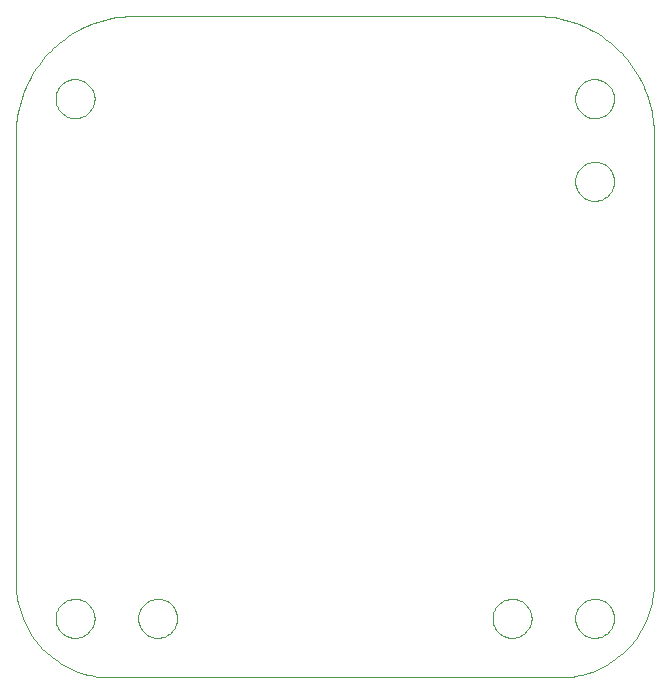
<source format=gbo>
G75*
%MOIN*%
%OFA0B0*%
%FSLAX24Y24*%
%IPPOS*%
%LPD*%
%AMOC8*
5,1,8,0,0,1.08239X$1,22.5*
%
%ADD10C,0.0000*%
D10*
X007744Y006169D02*
X022705Y006169D01*
X023236Y008138D02*
X023238Y008188D01*
X023244Y008238D01*
X023254Y008288D01*
X023267Y008336D01*
X023284Y008384D01*
X023305Y008430D01*
X023329Y008474D01*
X023357Y008516D01*
X023388Y008556D01*
X023422Y008593D01*
X023459Y008628D01*
X023498Y008659D01*
X023539Y008688D01*
X023583Y008713D01*
X023629Y008735D01*
X023676Y008753D01*
X023724Y008767D01*
X023773Y008778D01*
X023823Y008785D01*
X023873Y008788D01*
X023924Y008787D01*
X023974Y008782D01*
X024024Y008773D01*
X024072Y008761D01*
X024120Y008744D01*
X024166Y008724D01*
X024211Y008701D01*
X024254Y008674D01*
X024294Y008644D01*
X024332Y008611D01*
X024367Y008575D01*
X024400Y008536D01*
X024429Y008495D01*
X024455Y008452D01*
X024478Y008407D01*
X024497Y008360D01*
X024512Y008312D01*
X024524Y008263D01*
X024532Y008213D01*
X024536Y008163D01*
X024536Y008113D01*
X024532Y008063D01*
X024524Y008013D01*
X024512Y007964D01*
X024497Y007916D01*
X024478Y007869D01*
X024455Y007824D01*
X024429Y007781D01*
X024400Y007740D01*
X024367Y007701D01*
X024332Y007665D01*
X024294Y007632D01*
X024254Y007602D01*
X024211Y007575D01*
X024166Y007552D01*
X024120Y007532D01*
X024072Y007515D01*
X024024Y007503D01*
X023974Y007494D01*
X023924Y007489D01*
X023873Y007488D01*
X023823Y007491D01*
X023773Y007498D01*
X023724Y007509D01*
X023676Y007523D01*
X023629Y007541D01*
X023583Y007563D01*
X023539Y007588D01*
X023498Y007617D01*
X023459Y007648D01*
X023422Y007683D01*
X023388Y007720D01*
X023357Y007760D01*
X023329Y007802D01*
X023305Y007846D01*
X023284Y007892D01*
X023267Y007940D01*
X023254Y007988D01*
X023244Y008038D01*
X023238Y008088D01*
X023236Y008138D01*
X022705Y006169D02*
X022815Y006171D01*
X022925Y006177D01*
X023034Y006186D01*
X023143Y006200D01*
X023252Y006217D01*
X023360Y006238D01*
X023467Y006263D01*
X023573Y006291D01*
X023678Y006323D01*
X023782Y006359D01*
X023885Y006398D01*
X023986Y006441D01*
X024086Y006488D01*
X024184Y006538D01*
X024280Y006591D01*
X024374Y006648D01*
X024466Y006708D01*
X024557Y006771D01*
X024644Y006837D01*
X024730Y006906D01*
X024813Y006978D01*
X024893Y007053D01*
X024971Y007131D01*
X025046Y007211D01*
X025118Y007294D01*
X025187Y007380D01*
X025253Y007467D01*
X025316Y007558D01*
X025376Y007650D01*
X025433Y007744D01*
X025486Y007840D01*
X025536Y007938D01*
X025583Y008038D01*
X025626Y008139D01*
X025665Y008242D01*
X025701Y008346D01*
X025733Y008451D01*
X025761Y008557D01*
X025786Y008664D01*
X025807Y008772D01*
X025824Y008881D01*
X025838Y008990D01*
X025847Y009099D01*
X025853Y009209D01*
X025855Y009319D01*
X025854Y009319D02*
X025854Y013059D01*
X025854Y019870D01*
X025854Y024280D01*
X023236Y025461D02*
X023238Y025511D01*
X023244Y025561D01*
X023254Y025611D01*
X023267Y025659D01*
X023284Y025707D01*
X023305Y025753D01*
X023329Y025797D01*
X023357Y025839D01*
X023388Y025879D01*
X023422Y025916D01*
X023459Y025951D01*
X023498Y025982D01*
X023539Y026011D01*
X023583Y026036D01*
X023629Y026058D01*
X023676Y026076D01*
X023724Y026090D01*
X023773Y026101D01*
X023823Y026108D01*
X023873Y026111D01*
X023924Y026110D01*
X023974Y026105D01*
X024024Y026096D01*
X024072Y026084D01*
X024120Y026067D01*
X024166Y026047D01*
X024211Y026024D01*
X024254Y025997D01*
X024294Y025967D01*
X024332Y025934D01*
X024367Y025898D01*
X024400Y025859D01*
X024429Y025818D01*
X024455Y025775D01*
X024478Y025730D01*
X024497Y025683D01*
X024512Y025635D01*
X024524Y025586D01*
X024532Y025536D01*
X024536Y025486D01*
X024536Y025436D01*
X024532Y025386D01*
X024524Y025336D01*
X024512Y025287D01*
X024497Y025239D01*
X024478Y025192D01*
X024455Y025147D01*
X024429Y025104D01*
X024400Y025063D01*
X024367Y025024D01*
X024332Y024988D01*
X024294Y024955D01*
X024254Y024925D01*
X024211Y024898D01*
X024166Y024875D01*
X024120Y024855D01*
X024072Y024838D01*
X024024Y024826D01*
X023974Y024817D01*
X023924Y024812D01*
X023873Y024811D01*
X023823Y024814D01*
X023773Y024821D01*
X023724Y024832D01*
X023676Y024846D01*
X023629Y024864D01*
X023583Y024886D01*
X023539Y024911D01*
X023498Y024940D01*
X023459Y024971D01*
X023422Y025006D01*
X023388Y025043D01*
X023357Y025083D01*
X023329Y025125D01*
X023305Y025169D01*
X023284Y025215D01*
X023267Y025263D01*
X023254Y025311D01*
X023244Y025361D01*
X023238Y025411D01*
X023236Y025461D01*
X025854Y024280D02*
X025852Y024404D01*
X025846Y024527D01*
X025837Y024651D01*
X025823Y024773D01*
X025806Y024896D01*
X025784Y025018D01*
X025759Y025139D01*
X025730Y025259D01*
X025698Y025378D01*
X025661Y025497D01*
X025621Y025614D01*
X025578Y025729D01*
X025530Y025844D01*
X025479Y025956D01*
X025425Y026067D01*
X025367Y026177D01*
X025306Y026284D01*
X025241Y026390D01*
X025173Y026493D01*
X025102Y026594D01*
X025028Y026693D01*
X024951Y026790D01*
X024870Y026884D01*
X024787Y026975D01*
X024701Y027064D01*
X024612Y027150D01*
X024521Y027233D01*
X024427Y027314D01*
X024330Y027391D01*
X024231Y027465D01*
X024130Y027536D01*
X024027Y027604D01*
X023921Y027669D01*
X023814Y027730D01*
X023704Y027788D01*
X023593Y027842D01*
X023481Y027893D01*
X023366Y027941D01*
X023251Y027984D01*
X023134Y028024D01*
X023015Y028061D01*
X022896Y028093D01*
X022776Y028122D01*
X022655Y028147D01*
X022533Y028169D01*
X022410Y028186D01*
X022288Y028200D01*
X022164Y028209D01*
X022041Y028215D01*
X021917Y028217D01*
X018020Y028217D01*
X017980Y028217D01*
X012469Y028217D01*
X008531Y028217D01*
X005913Y025461D02*
X005915Y025511D01*
X005921Y025561D01*
X005931Y025611D01*
X005944Y025659D01*
X005961Y025707D01*
X005982Y025753D01*
X006006Y025797D01*
X006034Y025839D01*
X006065Y025879D01*
X006099Y025916D01*
X006136Y025951D01*
X006175Y025982D01*
X006216Y026011D01*
X006260Y026036D01*
X006306Y026058D01*
X006353Y026076D01*
X006401Y026090D01*
X006450Y026101D01*
X006500Y026108D01*
X006550Y026111D01*
X006601Y026110D01*
X006651Y026105D01*
X006701Y026096D01*
X006749Y026084D01*
X006797Y026067D01*
X006843Y026047D01*
X006888Y026024D01*
X006931Y025997D01*
X006971Y025967D01*
X007009Y025934D01*
X007044Y025898D01*
X007077Y025859D01*
X007106Y025818D01*
X007132Y025775D01*
X007155Y025730D01*
X007174Y025683D01*
X007189Y025635D01*
X007201Y025586D01*
X007209Y025536D01*
X007213Y025486D01*
X007213Y025436D01*
X007209Y025386D01*
X007201Y025336D01*
X007189Y025287D01*
X007174Y025239D01*
X007155Y025192D01*
X007132Y025147D01*
X007106Y025104D01*
X007077Y025063D01*
X007044Y025024D01*
X007009Y024988D01*
X006971Y024955D01*
X006931Y024925D01*
X006888Y024898D01*
X006843Y024875D01*
X006797Y024855D01*
X006749Y024838D01*
X006701Y024826D01*
X006651Y024817D01*
X006601Y024812D01*
X006550Y024811D01*
X006500Y024814D01*
X006450Y024821D01*
X006401Y024832D01*
X006353Y024846D01*
X006306Y024864D01*
X006260Y024886D01*
X006216Y024911D01*
X006175Y024940D01*
X006136Y024971D01*
X006099Y025006D01*
X006065Y025043D01*
X006034Y025083D01*
X006006Y025125D01*
X005982Y025169D01*
X005961Y025215D01*
X005944Y025263D01*
X005931Y025311D01*
X005921Y025361D01*
X005915Y025411D01*
X005913Y025461D01*
X004594Y024280D02*
X004594Y009319D01*
X005913Y008138D02*
X005915Y008188D01*
X005921Y008238D01*
X005931Y008288D01*
X005944Y008336D01*
X005961Y008384D01*
X005982Y008430D01*
X006006Y008474D01*
X006034Y008516D01*
X006065Y008556D01*
X006099Y008593D01*
X006136Y008628D01*
X006175Y008659D01*
X006216Y008688D01*
X006260Y008713D01*
X006306Y008735D01*
X006353Y008753D01*
X006401Y008767D01*
X006450Y008778D01*
X006500Y008785D01*
X006550Y008788D01*
X006601Y008787D01*
X006651Y008782D01*
X006701Y008773D01*
X006749Y008761D01*
X006797Y008744D01*
X006843Y008724D01*
X006888Y008701D01*
X006931Y008674D01*
X006971Y008644D01*
X007009Y008611D01*
X007044Y008575D01*
X007077Y008536D01*
X007106Y008495D01*
X007132Y008452D01*
X007155Y008407D01*
X007174Y008360D01*
X007189Y008312D01*
X007201Y008263D01*
X007209Y008213D01*
X007213Y008163D01*
X007213Y008113D01*
X007209Y008063D01*
X007201Y008013D01*
X007189Y007964D01*
X007174Y007916D01*
X007155Y007869D01*
X007132Y007824D01*
X007106Y007781D01*
X007077Y007740D01*
X007044Y007701D01*
X007009Y007665D01*
X006971Y007632D01*
X006931Y007602D01*
X006888Y007575D01*
X006843Y007552D01*
X006797Y007532D01*
X006749Y007515D01*
X006701Y007503D01*
X006651Y007494D01*
X006601Y007489D01*
X006550Y007488D01*
X006500Y007491D01*
X006450Y007498D01*
X006401Y007509D01*
X006353Y007523D01*
X006306Y007541D01*
X006260Y007563D01*
X006216Y007588D01*
X006175Y007617D01*
X006136Y007648D01*
X006099Y007683D01*
X006065Y007720D01*
X006034Y007760D01*
X006006Y007802D01*
X005982Y007846D01*
X005961Y007892D01*
X005944Y007940D01*
X005931Y007988D01*
X005921Y008038D01*
X005915Y008088D01*
X005913Y008138D01*
X004594Y009319D02*
X004596Y009209D01*
X004602Y009099D01*
X004611Y008990D01*
X004625Y008881D01*
X004642Y008772D01*
X004663Y008664D01*
X004688Y008557D01*
X004716Y008451D01*
X004748Y008346D01*
X004784Y008242D01*
X004823Y008139D01*
X004866Y008038D01*
X004913Y007938D01*
X004963Y007840D01*
X005016Y007744D01*
X005073Y007650D01*
X005133Y007558D01*
X005196Y007467D01*
X005262Y007380D01*
X005331Y007294D01*
X005403Y007211D01*
X005478Y007131D01*
X005556Y007053D01*
X005636Y006978D01*
X005719Y006906D01*
X005805Y006837D01*
X005892Y006771D01*
X005983Y006708D01*
X006075Y006648D01*
X006169Y006591D01*
X006265Y006538D01*
X006363Y006488D01*
X006463Y006441D01*
X006564Y006398D01*
X006667Y006359D01*
X006771Y006323D01*
X006876Y006291D01*
X006982Y006263D01*
X007089Y006238D01*
X007197Y006217D01*
X007306Y006200D01*
X007415Y006186D01*
X007524Y006177D01*
X007634Y006171D01*
X007744Y006169D01*
X008669Y008138D02*
X008671Y008188D01*
X008677Y008238D01*
X008687Y008288D01*
X008700Y008336D01*
X008717Y008384D01*
X008738Y008430D01*
X008762Y008474D01*
X008790Y008516D01*
X008821Y008556D01*
X008855Y008593D01*
X008892Y008628D01*
X008931Y008659D01*
X008972Y008688D01*
X009016Y008713D01*
X009062Y008735D01*
X009109Y008753D01*
X009157Y008767D01*
X009206Y008778D01*
X009256Y008785D01*
X009306Y008788D01*
X009357Y008787D01*
X009407Y008782D01*
X009457Y008773D01*
X009505Y008761D01*
X009553Y008744D01*
X009599Y008724D01*
X009644Y008701D01*
X009687Y008674D01*
X009727Y008644D01*
X009765Y008611D01*
X009800Y008575D01*
X009833Y008536D01*
X009862Y008495D01*
X009888Y008452D01*
X009911Y008407D01*
X009930Y008360D01*
X009945Y008312D01*
X009957Y008263D01*
X009965Y008213D01*
X009969Y008163D01*
X009969Y008113D01*
X009965Y008063D01*
X009957Y008013D01*
X009945Y007964D01*
X009930Y007916D01*
X009911Y007869D01*
X009888Y007824D01*
X009862Y007781D01*
X009833Y007740D01*
X009800Y007701D01*
X009765Y007665D01*
X009727Y007632D01*
X009687Y007602D01*
X009644Y007575D01*
X009599Y007552D01*
X009553Y007532D01*
X009505Y007515D01*
X009457Y007503D01*
X009407Y007494D01*
X009357Y007489D01*
X009306Y007488D01*
X009256Y007491D01*
X009206Y007498D01*
X009157Y007509D01*
X009109Y007523D01*
X009062Y007541D01*
X009016Y007563D01*
X008972Y007588D01*
X008931Y007617D01*
X008892Y007648D01*
X008855Y007683D01*
X008821Y007720D01*
X008790Y007760D01*
X008762Y007802D01*
X008738Y007846D01*
X008717Y007892D01*
X008700Y007940D01*
X008687Y007988D01*
X008677Y008038D01*
X008671Y008088D01*
X008669Y008138D01*
X020480Y008138D02*
X020482Y008188D01*
X020488Y008238D01*
X020498Y008288D01*
X020511Y008336D01*
X020528Y008384D01*
X020549Y008430D01*
X020573Y008474D01*
X020601Y008516D01*
X020632Y008556D01*
X020666Y008593D01*
X020703Y008628D01*
X020742Y008659D01*
X020783Y008688D01*
X020827Y008713D01*
X020873Y008735D01*
X020920Y008753D01*
X020968Y008767D01*
X021017Y008778D01*
X021067Y008785D01*
X021117Y008788D01*
X021168Y008787D01*
X021218Y008782D01*
X021268Y008773D01*
X021316Y008761D01*
X021364Y008744D01*
X021410Y008724D01*
X021455Y008701D01*
X021498Y008674D01*
X021538Y008644D01*
X021576Y008611D01*
X021611Y008575D01*
X021644Y008536D01*
X021673Y008495D01*
X021699Y008452D01*
X021722Y008407D01*
X021741Y008360D01*
X021756Y008312D01*
X021768Y008263D01*
X021776Y008213D01*
X021780Y008163D01*
X021780Y008113D01*
X021776Y008063D01*
X021768Y008013D01*
X021756Y007964D01*
X021741Y007916D01*
X021722Y007869D01*
X021699Y007824D01*
X021673Y007781D01*
X021644Y007740D01*
X021611Y007701D01*
X021576Y007665D01*
X021538Y007632D01*
X021498Y007602D01*
X021455Y007575D01*
X021410Y007552D01*
X021364Y007532D01*
X021316Y007515D01*
X021268Y007503D01*
X021218Y007494D01*
X021168Y007489D01*
X021117Y007488D01*
X021067Y007491D01*
X021017Y007498D01*
X020968Y007509D01*
X020920Y007523D01*
X020873Y007541D01*
X020827Y007563D01*
X020783Y007588D01*
X020742Y007617D01*
X020703Y007648D01*
X020666Y007683D01*
X020632Y007720D01*
X020601Y007760D01*
X020573Y007802D01*
X020549Y007846D01*
X020528Y007892D01*
X020511Y007940D01*
X020498Y007988D01*
X020488Y008038D01*
X020482Y008088D01*
X020480Y008138D01*
X023236Y022705D02*
X023238Y022755D01*
X023244Y022805D01*
X023254Y022855D01*
X023267Y022903D01*
X023284Y022951D01*
X023305Y022997D01*
X023329Y023041D01*
X023357Y023083D01*
X023388Y023123D01*
X023422Y023160D01*
X023459Y023195D01*
X023498Y023226D01*
X023539Y023255D01*
X023583Y023280D01*
X023629Y023302D01*
X023676Y023320D01*
X023724Y023334D01*
X023773Y023345D01*
X023823Y023352D01*
X023873Y023355D01*
X023924Y023354D01*
X023974Y023349D01*
X024024Y023340D01*
X024072Y023328D01*
X024120Y023311D01*
X024166Y023291D01*
X024211Y023268D01*
X024254Y023241D01*
X024294Y023211D01*
X024332Y023178D01*
X024367Y023142D01*
X024400Y023103D01*
X024429Y023062D01*
X024455Y023019D01*
X024478Y022974D01*
X024497Y022927D01*
X024512Y022879D01*
X024524Y022830D01*
X024532Y022780D01*
X024536Y022730D01*
X024536Y022680D01*
X024532Y022630D01*
X024524Y022580D01*
X024512Y022531D01*
X024497Y022483D01*
X024478Y022436D01*
X024455Y022391D01*
X024429Y022348D01*
X024400Y022307D01*
X024367Y022268D01*
X024332Y022232D01*
X024294Y022199D01*
X024254Y022169D01*
X024211Y022142D01*
X024166Y022119D01*
X024120Y022099D01*
X024072Y022082D01*
X024024Y022070D01*
X023974Y022061D01*
X023924Y022056D01*
X023873Y022055D01*
X023823Y022058D01*
X023773Y022065D01*
X023724Y022076D01*
X023676Y022090D01*
X023629Y022108D01*
X023583Y022130D01*
X023539Y022155D01*
X023498Y022184D01*
X023459Y022215D01*
X023422Y022250D01*
X023388Y022287D01*
X023357Y022327D01*
X023329Y022369D01*
X023305Y022413D01*
X023284Y022459D01*
X023267Y022507D01*
X023254Y022555D01*
X023244Y022605D01*
X023238Y022655D01*
X023236Y022705D01*
X008531Y028217D02*
X008407Y028215D01*
X008284Y028209D01*
X008160Y028200D01*
X008038Y028186D01*
X007915Y028169D01*
X007793Y028147D01*
X007672Y028122D01*
X007552Y028093D01*
X007433Y028061D01*
X007314Y028024D01*
X007197Y027984D01*
X007082Y027941D01*
X006967Y027893D01*
X006855Y027842D01*
X006744Y027788D01*
X006634Y027730D01*
X006527Y027669D01*
X006421Y027604D01*
X006318Y027536D01*
X006217Y027465D01*
X006118Y027391D01*
X006021Y027314D01*
X005927Y027233D01*
X005836Y027150D01*
X005747Y027064D01*
X005661Y026975D01*
X005578Y026884D01*
X005497Y026790D01*
X005420Y026693D01*
X005346Y026594D01*
X005275Y026493D01*
X005207Y026390D01*
X005142Y026284D01*
X005081Y026177D01*
X005023Y026067D01*
X004969Y025956D01*
X004918Y025844D01*
X004870Y025729D01*
X004827Y025614D01*
X004787Y025497D01*
X004750Y025378D01*
X004718Y025259D01*
X004689Y025139D01*
X004664Y025018D01*
X004642Y024896D01*
X004625Y024773D01*
X004611Y024651D01*
X004602Y024527D01*
X004596Y024404D01*
X004594Y024280D01*
M02*

</source>
